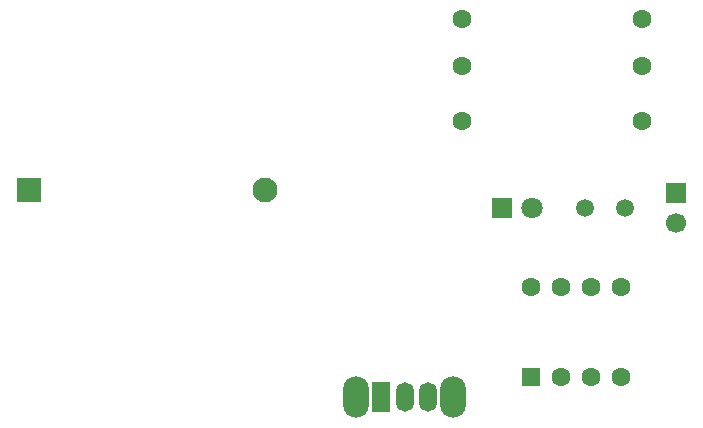
<source format=gbr>
%TF.GenerationSoftware,KiCad,Pcbnew,9.0.2*%
%TF.CreationDate,2025-06-18T20:19:25+05:30*%
%TF.ProjectId,redesign diya,72656465-7369-4676-9e20-646979612e6b,rev?*%
%TF.SameCoordinates,Original*%
%TF.FileFunction,Soldermask,Bot*%
%TF.FilePolarity,Negative*%
%FSLAX46Y46*%
G04 Gerber Fmt 4.6, Leading zero omitted, Abs format (unit mm)*
G04 Created by KiCad (PCBNEW 9.0.2) date 2025-06-18 20:19:25*
%MOMM*%
%LPD*%
G01*
G04 APERTURE LIST*
G04 Aperture macros list*
%AMRoundRect*
0 Rectangle with rounded corners*
0 $1 Rounding radius*
0 $2 $3 $4 $5 $6 $7 $8 $9 X,Y pos of 4 corners*
0 Add a 4 corners polygon primitive as box body*
4,1,4,$2,$3,$4,$5,$6,$7,$8,$9,$2,$3,0*
0 Add four circle primitives for the rounded corners*
1,1,$1+$1,$2,$3*
1,1,$1+$1,$4,$5*
1,1,$1+$1,$6,$7*
1,1,$1+$1,$8,$9*
0 Add four rect primitives between the rounded corners*
20,1,$1+$1,$2,$3,$4,$5,0*
20,1,$1+$1,$4,$5,$6,$7,0*
20,1,$1+$1,$6,$7,$8,$9,0*
20,1,$1+$1,$8,$9,$2,$3,0*%
G04 Aperture macros list end*
%ADD10RoundRect,0.250000X0.550000X-0.550000X0.550000X0.550000X-0.550000X0.550000X-0.550000X-0.550000X0*%
%ADD11C,1.600000*%
%ADD12R,1.700000X1.700000*%
%ADD13C,1.700000*%
%ADD14O,2.200000X3.500000*%
%ADD15R,1.500000X2.500000*%
%ADD16O,1.500000X2.500000*%
%ADD17R,1.800000X1.800000*%
%ADD18C,1.800000*%
%ADD19R,2.100000X2.100000*%
%ADD20C,2.100000*%
%ADD21C,1.500000*%
G04 APERTURE END LIST*
D10*
%TO.C,U1*%
X136190000Y-102805000D03*
D11*
X138730000Y-102805000D03*
X141270000Y-102805000D03*
X143810000Y-102805000D03*
X143810000Y-95185000D03*
X141270000Y-95185000D03*
X138730000Y-95185000D03*
X136190000Y-95185000D03*
%TD*%
%TO.C,R3*%
X130380000Y-76500000D03*
X145620000Y-76500000D03*
%TD*%
D12*
%TO.C,MK1*%
X148500000Y-87225000D03*
D13*
X148500000Y-89765000D03*
%TD*%
D14*
%TO.C,SW1*%
X121400000Y-104500000D03*
X129600000Y-104500000D03*
D15*
X123500000Y-104500000D03*
D16*
X125500000Y-104500000D03*
X127500000Y-104500000D03*
%TD*%
D17*
%TO.C,D1*%
X133730000Y-88500000D03*
D18*
X136270000Y-88500000D03*
%TD*%
D19*
%TO.C,BT1*%
X93710914Y-87000000D03*
D20*
X113710914Y-87000000D03*
%TD*%
D11*
%TO.C,R1*%
X130380000Y-72500000D03*
X145620000Y-72500000D03*
%TD*%
D21*
%TO.C,R2*%
X140800000Y-88500000D03*
X144200000Y-88500000D03*
%TD*%
D11*
%TO.C,R4*%
X130380000Y-81100000D03*
X145620000Y-81100000D03*
%TD*%
M02*

</source>
